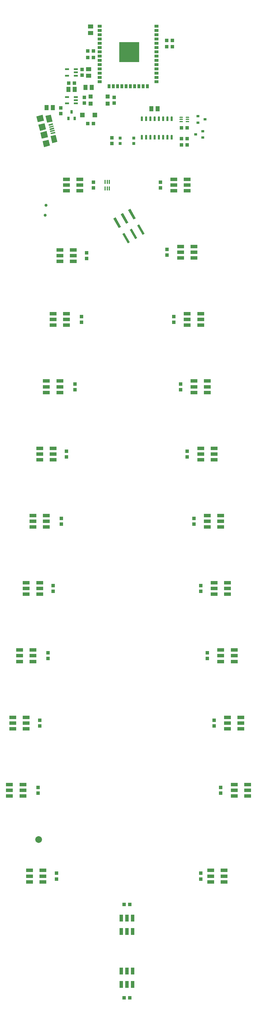
<source format=gbr>
G04 EAGLE Gerber RS-274X export*
G75*
%MOMM*%
%FSLAX34Y34*%
%LPD*%
%INSoldermask Top*%
%IPPOS*%
%AMOC8*
5,1,8,0,0,1.08239X$1,22.5*%
G01*
%ADD10R,1.000000X1.100000*%
%ADD11R,2.000000X1.100000*%
%ADD12R,1.100000X2.000000*%
%ADD13R,1.100000X1.000000*%
%ADD14R,1.500000X1.240000*%
%ADD15R,1.075000X1.000000*%
%ADD16R,1.240000X1.500000*%
%ADD17R,1.200000X0.550000*%
%ADD18R,1.400000X1.400000*%
%ADD19R,1.200000X1.200000*%
%ADD20R,1.000000X1.075000*%
%ADD21R,0.900000X0.900000*%
%ADD22R,0.900000X0.800000*%
%ADD23R,1.200000X0.900000*%
%ADD24R,0.900000X1.200000*%
%ADD25R,6.000000X6.000000*%
%ADD26R,0.635000X1.016000*%
%ADD27R,0.400000X1.350000*%
%ADD28R,2.100000X1.600000*%
%ADD29R,1.900000X1.900000*%
%ADD30R,1.800000X1.900000*%
%ADD31C,0.155000*%
%ADD32C,0.195000*%
%ADD33C,2.000000*%
%ADD34R,0.736600X3.251200*%
%ADD35C,0.900000*%
%ADD36R,0.355600X1.168400*%


D10*
X260000Y-2091500D03*
X260000Y-2108500D03*
X-260000Y-2091500D03*
X-260000Y-2108500D03*
X240000Y-1891500D03*
X240000Y-1908500D03*
X-235000Y-1891500D03*
X-235000Y-1908500D03*
X220000Y-1691500D03*
X220000Y-1708500D03*
X-220000Y-1691500D03*
X-220000Y-1708500D03*
X200000Y-1491500D03*
X200000Y-1508500D03*
X-155000Y-1091500D03*
X-155000Y-1108500D03*
X-195000Y-1491500D03*
X-195000Y-1508500D03*
X180000Y-1291500D03*
X180000Y-1308500D03*
X-180000Y-1291500D03*
X-180000Y-1308500D03*
X160000Y-1091500D03*
X160000Y-1108500D03*
X140000Y-891500D03*
X140000Y-908500D03*
X-135000Y-891500D03*
X-135000Y-908500D03*
X120000Y-691500D03*
X120000Y-708500D03*
X-120000Y-701500D03*
X-120000Y-718500D03*
X100000Y-491500D03*
X100000Y-508500D03*
X-100000Y-491500D03*
X-100000Y-508500D03*
D11*
X-180000Y-483000D03*
X-180000Y-500000D03*
X-180000Y-517000D03*
X-140000Y-517000D03*
X-140000Y-500000D03*
X-140000Y-483000D03*
X220000Y-1283000D03*
X220000Y-1300000D03*
X220000Y-1317000D03*
X260000Y-1317000D03*
X260000Y-1300000D03*
X260000Y-1283000D03*
X-280000Y-1483000D03*
X-280000Y-1500000D03*
X-280000Y-1517000D03*
X-240000Y-1517000D03*
X-240000Y-1500000D03*
X-240000Y-1483000D03*
X240000Y-1483000D03*
X240000Y-1500000D03*
X240000Y-1517000D03*
X280000Y-1517000D03*
X280000Y-1500000D03*
X280000Y-1483000D03*
X-300000Y-1683000D03*
X-300000Y-1700000D03*
X-300000Y-1717000D03*
X-260000Y-1717000D03*
X-260000Y-1700000D03*
X-260000Y-1683000D03*
X260000Y-1683000D03*
X260000Y-1700000D03*
X260000Y-1717000D03*
X300000Y-1717000D03*
X300000Y-1700000D03*
X300000Y-1683000D03*
X-320000Y-1883000D03*
X-320000Y-1900000D03*
X-320000Y-1917000D03*
X-280000Y-1917000D03*
X-280000Y-1900000D03*
X-280000Y-1883000D03*
X280000Y-1883000D03*
X280000Y-1900000D03*
X280000Y-1917000D03*
X320000Y-1917000D03*
X320000Y-1900000D03*
X320000Y-1883000D03*
X-340000Y-2083000D03*
X-340000Y-2100000D03*
X-340000Y-2117000D03*
X-300000Y-2117000D03*
X-300000Y-2100000D03*
X-300000Y-2083000D03*
X300000Y-2083000D03*
X300000Y-2100000D03*
X300000Y-2117000D03*
X340000Y-2117000D03*
X340000Y-2100000D03*
X340000Y-2083000D03*
X-350000Y-2283000D03*
X-350000Y-2300000D03*
X-350000Y-2317000D03*
X-310000Y-2317000D03*
X-310000Y-2300000D03*
X-310000Y-2283000D03*
X140000Y-483000D03*
X140000Y-500000D03*
X140000Y-517000D03*
X180000Y-517000D03*
X180000Y-500000D03*
X180000Y-483000D03*
X320000Y-2283000D03*
X320000Y-2300000D03*
X320000Y-2317000D03*
X360000Y-2317000D03*
X360000Y-2300000D03*
X360000Y-2283000D03*
X-290000Y-2538400D03*
X-290000Y-2555400D03*
X-290000Y-2572400D03*
X-250000Y-2572400D03*
X-250000Y-2555400D03*
X-250000Y-2538400D03*
X250000Y-2538400D03*
X250000Y-2555400D03*
X250000Y-2572400D03*
X290000Y-2572400D03*
X290000Y-2555400D03*
X290000Y-2538400D03*
D12*
X-17000Y-2720000D03*
X0Y-2720000D03*
X17000Y-2720000D03*
X17000Y-2680000D03*
X0Y-2680000D03*
X-17000Y-2680000D03*
X-17000Y-2877700D03*
X0Y-2877700D03*
X17000Y-2877700D03*
X17000Y-2837700D03*
X0Y-2837700D03*
X-17000Y-2837700D03*
D11*
X-200000Y-693000D03*
X-200000Y-710000D03*
X-200000Y-727000D03*
X-160000Y-727000D03*
X-160000Y-710000D03*
X-160000Y-693000D03*
X160000Y-683000D03*
X160000Y-700000D03*
X160000Y-717000D03*
X200000Y-717000D03*
X200000Y-700000D03*
X200000Y-683000D03*
X-220000Y-883000D03*
X-220000Y-900000D03*
X-220000Y-917000D03*
X-180000Y-917000D03*
X-180000Y-900000D03*
X-180000Y-883000D03*
X180000Y-883000D03*
X180000Y-900000D03*
X180000Y-917000D03*
X220000Y-917000D03*
X220000Y-900000D03*
X220000Y-883000D03*
X-240000Y-1083000D03*
X-240000Y-1100000D03*
X-240000Y-1117000D03*
X-200000Y-1117000D03*
X-200000Y-1100000D03*
X-200000Y-1083000D03*
X200000Y-1083000D03*
X200000Y-1100000D03*
X200000Y-1117000D03*
X240000Y-1117000D03*
X240000Y-1100000D03*
X240000Y-1083000D03*
X-260000Y-1283000D03*
X-260000Y-1300000D03*
X-260000Y-1317000D03*
X-220000Y-1317000D03*
X-220000Y-1300000D03*
X-220000Y-1283000D03*
D10*
X-265000Y-2291500D03*
X-265000Y-2308500D03*
X280000Y-2291500D03*
X280000Y-2308500D03*
X-210000Y-2546900D03*
X-210000Y-2563900D03*
X220000Y-2546900D03*
X220000Y-2563900D03*
D13*
X-8500Y-2640000D03*
X8500Y-2640000D03*
X-8500Y-2917700D03*
X8500Y-2917700D03*
D14*
X-114300Y-174600D03*
X-114300Y-155600D03*
D15*
X-173600Y-196850D03*
X-156600Y-196850D03*
D16*
X-104800Y-209550D03*
X-123800Y-209550D03*
D17*
X-152099Y-174600D03*
X-152099Y-165100D03*
X-152099Y-155600D03*
X-178101Y-155600D03*
X-178101Y-174600D03*
D18*
X-132800Y-292100D03*
X-95800Y-292100D03*
D17*
X-152099Y-257150D03*
X-152099Y-247650D03*
X-152099Y-238150D03*
X-178101Y-238150D03*
X-178101Y-257150D03*
D19*
X-107950Y-237150D03*
X-107950Y-258150D03*
D20*
X-127000Y-239150D03*
X-127000Y-256150D03*
D16*
X-174600Y-215900D03*
X-155600Y-215900D03*
D21*
X-20500Y-376300D03*
X-20500Y-360300D03*
X20500Y-360300D03*
X20500Y-376300D03*
D19*
X-57150Y-237150D03*
X-57150Y-258150D03*
D20*
X-38100Y-239150D03*
X-38100Y-256150D03*
D16*
X92050Y-273050D03*
X73050Y-273050D03*
D22*
X204900Y-349250D03*
X225900Y-339750D03*
X225900Y-358750D03*
X233250Y-304800D03*
X212250Y-314300D03*
X212250Y-295300D03*
D20*
X-133350Y-156600D03*
X-133350Y-173600D03*
D14*
X-107950Y-47600D03*
X-107950Y-28600D03*
D23*
X-81380Y-27570D03*
X-81380Y-40270D03*
X-81380Y-52970D03*
X-81380Y-65670D03*
X-81380Y-78370D03*
X-81380Y-91070D03*
X-81380Y-103770D03*
X-81380Y-116470D03*
X-81380Y-129170D03*
X-81380Y-141870D03*
X-81380Y-154570D03*
X-81380Y-167270D03*
X-81380Y-179970D03*
X-81380Y-192670D03*
D24*
X-53380Y-206570D03*
X-40680Y-206570D03*
X-27980Y-206570D03*
X-15280Y-206570D03*
X-2580Y-206570D03*
X10120Y-206570D03*
X22820Y-206570D03*
X35520Y-206570D03*
X48220Y-206570D03*
X60920Y-206570D03*
D23*
X88620Y-192670D03*
X88620Y-179970D03*
X88620Y-167270D03*
X88620Y-154570D03*
X88620Y-141870D03*
X88620Y-129170D03*
X88620Y-116470D03*
X88620Y-103770D03*
X88620Y-91070D03*
X88620Y-78370D03*
X88620Y-65670D03*
X88620Y-52970D03*
X88620Y-40270D03*
X88620Y-27570D03*
D25*
X7020Y-104570D03*
D26*
X-165100Y-282100D03*
X-155600Y-302100D03*
X-174600Y-302100D03*
D15*
X-99450Y-317500D03*
X-116450Y-317500D03*
X-99450Y-101600D03*
X-116450Y-101600D03*
X-116450Y-120650D03*
X-99450Y-120650D03*
D20*
X-44450Y-359800D03*
X-44450Y-376800D03*
X-196850Y-287900D03*
X-196850Y-270900D03*
D27*
G36*
X-229585Y-336313D02*
X-230553Y-332433D01*
X-217455Y-329167D01*
X-216487Y-333047D01*
X-229585Y-336313D01*
G37*
G36*
X-231157Y-330006D02*
X-232125Y-326126D01*
X-219027Y-322860D01*
X-218059Y-326740D01*
X-231157Y-330006D01*
G37*
G36*
X-228013Y-342620D02*
X-228981Y-338740D01*
X-215883Y-335474D01*
X-214915Y-339354D01*
X-228013Y-342620D01*
G37*
G36*
X-232730Y-323699D02*
X-233698Y-319819D01*
X-220600Y-316553D01*
X-219632Y-320433D01*
X-232730Y-323699D01*
G37*
G36*
X-226440Y-348927D02*
X-227408Y-345047D01*
X-214310Y-341781D01*
X-213342Y-345661D01*
X-226440Y-348927D01*
G37*
D28*
G36*
X-237454Y-315086D02*
X-242534Y-294711D01*
X-227010Y-290840D01*
X-221930Y-311215D01*
X-237454Y-315086D01*
G37*
G36*
X-222455Y-375245D02*
X-227535Y-354870D01*
X-212011Y-350999D01*
X-206931Y-371374D01*
X-222455Y-375245D01*
G37*
D29*
G36*
X-259297Y-339084D02*
X-263894Y-320649D01*
X-245459Y-316052D01*
X-240862Y-334487D01*
X-259297Y-339084D01*
G37*
G36*
X-253491Y-362371D02*
X-258088Y-343936D01*
X-239653Y-339339D01*
X-235056Y-357774D01*
X-253491Y-362371D01*
G37*
D30*
G36*
X-265708Y-313370D02*
X-270063Y-295906D01*
X-251628Y-291310D01*
X-247273Y-308774D01*
X-265708Y-313370D01*
G37*
G36*
X-247322Y-387113D02*
X-251677Y-369649D01*
X-233242Y-365053D01*
X-228887Y-382517D01*
X-247322Y-387113D01*
G37*
D15*
X179950Y-330200D03*
X162950Y-330200D03*
X162950Y-361950D03*
X179950Y-361950D03*
X162950Y-381000D03*
X179950Y-381000D03*
D31*
X131025Y-308475D02*
X131025Y-296925D01*
X135675Y-296925D01*
X135675Y-308475D01*
X131025Y-308475D01*
X131025Y-307003D02*
X135675Y-307003D01*
X135675Y-305531D02*
X131025Y-305531D01*
X131025Y-304059D02*
X135675Y-304059D01*
X135675Y-302587D02*
X131025Y-302587D01*
X131025Y-301115D02*
X135675Y-301115D01*
X135675Y-299643D02*
X131025Y-299643D01*
X131025Y-298171D02*
X135675Y-298171D01*
X118325Y-296925D02*
X118325Y-308475D01*
X118325Y-296925D02*
X122975Y-296925D01*
X122975Y-308475D01*
X118325Y-308475D01*
X118325Y-307003D02*
X122975Y-307003D01*
X122975Y-305531D02*
X118325Y-305531D01*
X118325Y-304059D02*
X122975Y-304059D01*
X122975Y-302587D02*
X118325Y-302587D01*
X118325Y-301115D02*
X122975Y-301115D01*
X122975Y-299643D02*
X118325Y-299643D01*
X118325Y-298171D02*
X122975Y-298171D01*
X105625Y-296925D02*
X105625Y-308475D01*
X105625Y-296925D02*
X110275Y-296925D01*
X110275Y-308475D01*
X105625Y-308475D01*
X105625Y-307003D02*
X110275Y-307003D01*
X110275Y-305531D02*
X105625Y-305531D01*
X105625Y-304059D02*
X110275Y-304059D01*
X110275Y-302587D02*
X105625Y-302587D01*
X105625Y-301115D02*
X110275Y-301115D01*
X110275Y-299643D02*
X105625Y-299643D01*
X105625Y-298171D02*
X110275Y-298171D01*
X92925Y-296925D02*
X92925Y-308475D01*
X92925Y-296925D02*
X97575Y-296925D01*
X97575Y-308475D01*
X92925Y-308475D01*
X92925Y-307003D02*
X97575Y-307003D01*
X97575Y-305531D02*
X92925Y-305531D01*
X92925Y-304059D02*
X97575Y-304059D01*
X97575Y-302587D02*
X92925Y-302587D01*
X92925Y-301115D02*
X97575Y-301115D01*
X97575Y-299643D02*
X92925Y-299643D01*
X92925Y-298171D02*
X97575Y-298171D01*
X80225Y-296925D02*
X80225Y-308475D01*
X80225Y-296925D02*
X84875Y-296925D01*
X84875Y-308475D01*
X80225Y-308475D01*
X80225Y-307003D02*
X84875Y-307003D01*
X84875Y-305531D02*
X80225Y-305531D01*
X80225Y-304059D02*
X84875Y-304059D01*
X84875Y-302587D02*
X80225Y-302587D01*
X80225Y-301115D02*
X84875Y-301115D01*
X84875Y-299643D02*
X80225Y-299643D01*
X80225Y-298171D02*
X84875Y-298171D01*
X67525Y-296925D02*
X67525Y-308475D01*
X67525Y-296925D02*
X72175Y-296925D01*
X72175Y-308475D01*
X67525Y-308475D01*
X67525Y-307003D02*
X72175Y-307003D01*
X72175Y-305531D02*
X67525Y-305531D01*
X67525Y-304059D02*
X72175Y-304059D01*
X72175Y-302587D02*
X67525Y-302587D01*
X67525Y-301115D02*
X72175Y-301115D01*
X72175Y-299643D02*
X67525Y-299643D01*
X67525Y-298171D02*
X72175Y-298171D01*
X54825Y-296925D02*
X54825Y-308475D01*
X54825Y-296925D02*
X59475Y-296925D01*
X59475Y-308475D01*
X54825Y-308475D01*
X54825Y-307003D02*
X59475Y-307003D01*
X59475Y-305531D02*
X54825Y-305531D01*
X54825Y-304059D02*
X59475Y-304059D01*
X59475Y-302587D02*
X54825Y-302587D01*
X54825Y-301115D02*
X59475Y-301115D01*
X59475Y-299643D02*
X54825Y-299643D01*
X54825Y-298171D02*
X59475Y-298171D01*
X42125Y-296925D02*
X42125Y-308475D01*
X42125Y-296925D02*
X46775Y-296925D01*
X46775Y-308475D01*
X42125Y-308475D01*
X42125Y-307003D02*
X46775Y-307003D01*
X46775Y-305531D02*
X42125Y-305531D01*
X42125Y-304059D02*
X46775Y-304059D01*
X46775Y-302587D02*
X42125Y-302587D01*
X42125Y-301115D02*
X46775Y-301115D01*
X46775Y-299643D02*
X42125Y-299643D01*
X42125Y-298171D02*
X46775Y-298171D01*
X42125Y-351925D02*
X42125Y-363475D01*
X42125Y-351925D02*
X46775Y-351925D01*
X46775Y-363475D01*
X42125Y-363475D01*
X42125Y-362003D02*
X46775Y-362003D01*
X46775Y-360531D02*
X42125Y-360531D01*
X42125Y-359059D02*
X46775Y-359059D01*
X46775Y-357587D02*
X42125Y-357587D01*
X42125Y-356115D02*
X46775Y-356115D01*
X46775Y-354643D02*
X42125Y-354643D01*
X42125Y-353171D02*
X46775Y-353171D01*
X54825Y-351925D02*
X54825Y-363475D01*
X54825Y-351925D02*
X59475Y-351925D01*
X59475Y-363475D01*
X54825Y-363475D01*
X54825Y-362003D02*
X59475Y-362003D01*
X59475Y-360531D02*
X54825Y-360531D01*
X54825Y-359059D02*
X59475Y-359059D01*
X59475Y-357587D02*
X54825Y-357587D01*
X54825Y-356115D02*
X59475Y-356115D01*
X59475Y-354643D02*
X54825Y-354643D01*
X54825Y-353171D02*
X59475Y-353171D01*
X67525Y-351925D02*
X67525Y-363475D01*
X67525Y-351925D02*
X72175Y-351925D01*
X72175Y-363475D01*
X67525Y-363475D01*
X67525Y-362003D02*
X72175Y-362003D01*
X72175Y-360531D02*
X67525Y-360531D01*
X67525Y-359059D02*
X72175Y-359059D01*
X72175Y-357587D02*
X67525Y-357587D01*
X67525Y-356115D02*
X72175Y-356115D01*
X72175Y-354643D02*
X67525Y-354643D01*
X67525Y-353171D02*
X72175Y-353171D01*
X80225Y-351925D02*
X80225Y-363475D01*
X80225Y-351925D02*
X84875Y-351925D01*
X84875Y-363475D01*
X80225Y-363475D01*
X80225Y-362003D02*
X84875Y-362003D01*
X84875Y-360531D02*
X80225Y-360531D01*
X80225Y-359059D02*
X84875Y-359059D01*
X84875Y-357587D02*
X80225Y-357587D01*
X80225Y-356115D02*
X84875Y-356115D01*
X84875Y-354643D02*
X80225Y-354643D01*
X80225Y-353171D02*
X84875Y-353171D01*
X92925Y-351925D02*
X92925Y-363475D01*
X92925Y-351925D02*
X97575Y-351925D01*
X97575Y-363475D01*
X92925Y-363475D01*
X92925Y-362003D02*
X97575Y-362003D01*
X97575Y-360531D02*
X92925Y-360531D01*
X92925Y-359059D02*
X97575Y-359059D01*
X97575Y-357587D02*
X92925Y-357587D01*
X92925Y-356115D02*
X97575Y-356115D01*
X97575Y-354643D02*
X92925Y-354643D01*
X92925Y-353171D02*
X97575Y-353171D01*
X105625Y-351925D02*
X105625Y-363475D01*
X105625Y-351925D02*
X110275Y-351925D01*
X110275Y-363475D01*
X105625Y-363475D01*
X105625Y-362003D02*
X110275Y-362003D01*
X110275Y-360531D02*
X105625Y-360531D01*
X105625Y-359059D02*
X110275Y-359059D01*
X110275Y-357587D02*
X105625Y-357587D01*
X105625Y-356115D02*
X110275Y-356115D01*
X110275Y-354643D02*
X105625Y-354643D01*
X105625Y-353171D02*
X110275Y-353171D01*
X118325Y-351925D02*
X118325Y-363475D01*
X118325Y-351925D02*
X122975Y-351925D01*
X122975Y-363475D01*
X118325Y-363475D01*
X118325Y-362003D02*
X122975Y-362003D01*
X122975Y-360531D02*
X118325Y-360531D01*
X118325Y-359059D02*
X122975Y-359059D01*
X122975Y-357587D02*
X118325Y-357587D01*
X118325Y-356115D02*
X122975Y-356115D01*
X122975Y-354643D02*
X118325Y-354643D01*
X118325Y-353171D02*
X122975Y-353171D01*
X131025Y-351925D02*
X131025Y-363475D01*
X131025Y-351925D02*
X135675Y-351925D01*
X135675Y-363475D01*
X131025Y-363475D01*
X131025Y-362003D02*
X135675Y-362003D01*
X135675Y-360531D02*
X131025Y-360531D01*
X131025Y-359059D02*
X135675Y-359059D01*
X135675Y-357587D02*
X131025Y-357587D01*
X131025Y-356115D02*
X135675Y-356115D01*
X135675Y-354643D02*
X131025Y-354643D01*
X131025Y-353171D02*
X135675Y-353171D01*
D15*
X118500Y-88900D03*
X135500Y-88900D03*
X118500Y-69850D03*
X135500Y-69850D03*
D32*
X176475Y-310325D02*
X185125Y-310325D01*
X185125Y-312275D01*
X176475Y-312275D01*
X176475Y-310325D01*
X176475Y-310423D02*
X185125Y-310423D01*
X185125Y-303825D02*
X176475Y-303825D01*
X185125Y-303825D02*
X185125Y-305775D01*
X176475Y-305775D01*
X176475Y-303825D01*
X176475Y-303923D02*
X185125Y-303923D01*
X185125Y-297325D02*
X176475Y-297325D01*
X185125Y-297325D02*
X185125Y-299275D01*
X176475Y-299275D01*
X176475Y-297325D01*
X176475Y-297423D02*
X185125Y-297423D01*
X166425Y-297325D02*
X157775Y-297325D01*
X166425Y-297325D02*
X166425Y-299275D01*
X157775Y-299275D01*
X157775Y-297325D01*
X157775Y-297423D02*
X166425Y-297423D01*
X166425Y-303825D02*
X157775Y-303825D01*
X166425Y-303825D02*
X166425Y-305775D01*
X157775Y-305775D01*
X157775Y-303825D01*
X157775Y-303923D02*
X166425Y-303923D01*
X166425Y-310325D02*
X157775Y-310325D01*
X166425Y-310325D02*
X166425Y-312275D01*
X157775Y-312275D01*
X157775Y-310325D01*
X157775Y-310423D02*
X166425Y-310423D01*
D33*
X-263398Y-2446406D03*
D34*
G36*
X-40299Y-599667D02*
X-33920Y-595984D01*
X-17665Y-624139D01*
X-24044Y-627822D01*
X-40299Y-599667D01*
G37*
G36*
X-13629Y-645861D02*
X-7250Y-642178D01*
X9005Y-670333D01*
X2626Y-674016D01*
X-13629Y-645861D01*
G37*
G36*
X-18302Y-586967D02*
X-11923Y-583284D01*
X4332Y-611439D01*
X-2047Y-615122D01*
X-18302Y-586967D01*
G37*
G36*
X8368Y-633161D02*
X14747Y-629478D01*
X31002Y-657633D01*
X24623Y-661316D01*
X8368Y-633161D01*
G37*
G36*
X3695Y-574267D02*
X10074Y-570584D01*
X26329Y-598739D01*
X19950Y-602422D01*
X3695Y-574267D01*
G37*
G36*
X30365Y-620461D02*
X36744Y-616778D01*
X52999Y-644933D01*
X46620Y-648616D01*
X30365Y-620461D01*
G37*
D16*
X-220500Y-270000D03*
X-239500Y-270000D03*
D35*
X-243876Y-590239D03*
X-241264Y-560381D03*
D36*
X-51920Y-490601D03*
X-58420Y-490601D03*
X-64920Y-490601D03*
X-64920Y-510159D03*
X-58420Y-510159D03*
X-51920Y-510159D03*
M02*

</source>
